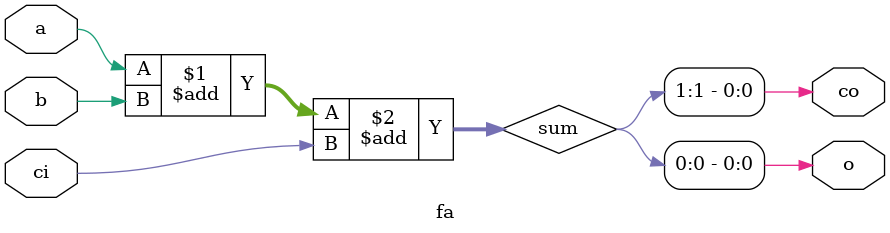
<source format=v>
`timescale 1ns / 1ns

module fa #(parameter n = 1) (output [n - 1 : 0] o, output co, input [n - 1 : 0] a, b, input ci);
	wire [n : 0] sum;
	assign sum = a + b + ci;
	generate
		genvar i;
		for(i = 0; i < n; i = i + 1)
			assign #(10 + i * 7, 9 + i * 7) o[i] = sum[i];
	endgenerate
	assign #(10 + n * 7, 9 + n * 7) co = sum[n];
endmodule

</source>
